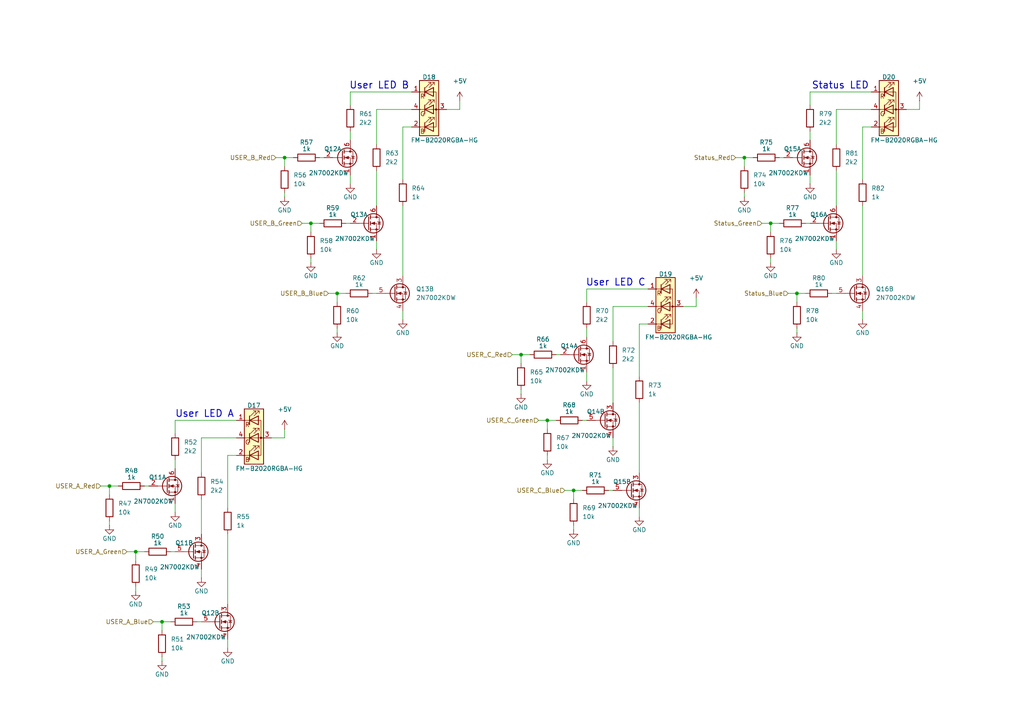
<source format=kicad_sch>
(kicad_sch (version 20231120) (generator "eeschema") (generator_version "8.0")
  (paper "A4")
  (title_block (title "KCH - Raspberry Pi HAT") (date "2022-07-16") (rev "B (S3L2)") (company "Student Robotics") (comment 1 "RGB LEDs"))
  (lib_symbols
    (symbol "Device:Q_Dual_NMOS_S1G1D2S2G2D1" (pin_names (offset 0) hide)
      (property "Reference" "Q" (at 6.35 1.27 0))
      (property "Value" "Q_Dual_NMOS_S1G1D2S2G2D1" (at 19.05 -1.27 0))
      (symbol "Q_Dual_NMOS_S1G1D2S2G2D1_0_1"
        (polyline (pts (xy 0.254 0) (xy -2.54 0)))
        (polyline (pts (xy 0.254 1.905) (xy 0.254 -1.905)) (stroke (width 0.254)))
        (polyline (pts (xy 0.762 -1.27) (xy 0.762 -2.286)) (stroke (width 0.254)))
        (polyline (pts (xy 0.762 0.508) (xy 0.762 -0.508)) (stroke (width 0.254)))
        (polyline (pts (xy 0.762 2.286) (xy 0.762 1.27)) (stroke (width 0.254)))
        (polyline (pts (xy 2.54 2.54) (xy 2.54 1.778)))
        (polyline (pts (xy 2.54 -2.54) (xy 2.54 0) (xy 0.762 0)))
        (polyline (pts (xy 0.762 -1.778) (xy 3.302 -1.778) (xy 3.302 1.778) (xy 0.762 1.778)))
        (polyline (pts (xy 1.016 0) (xy 2.032 0.381) (xy 2.032 -0.381) (xy 1.016 0)) (fill (type outline)))
        (polyline (pts (xy 2.794 0.508) (xy 2.921 0.381) (xy 3.683 0.381) (xy 3.81 0.254)))
        (polyline (pts (xy 3.302 0.381) (xy 2.921 -0.254) (xy 3.683 -0.254) (xy 3.302 0.381)))
        (circle (center 1.651 0) (radius 2.794) (stroke (width 0.254)))
        (circle (center 2.54 -1.778) (radius 0.254) (fill (type outline)))
        (circle (center 2.54 1.778) (radius 0.254) (fill (type outline)))
      )
      (symbol "Q_Dual_NMOS_S1G1D2S2G2D1_1_1"
        (pin passive line (at 2.54 -5.08 90) (length 2.54) (name "S") (number "1"))
        (pin input line (at -5.08 0 0) (length 2.54) (name "G") (number "2"))
        (pin passive line (at 2.54 5.08 270) (length 2.54) (name "D") (number "6"))
      )
      (symbol "Q_Dual_NMOS_S1G1D2S2G2D1_2_1"
        (pin passive line (at 2.54 5.08 270) (length 2.54) (name "D") (number "3"))
        (pin passive line (at 2.54 -5.08 90) (length 2.54) (name "S") (number "4"))
        (pin input line (at -5.08 0 0) (length 2.54) (name "G") (number "5"))
      )
    )
    (symbol "Device:R" (pin_numbers hide) (pin_names (offset 0))
      (property "Reference" "R" (at 2.032 0 90))
      (property "Value" "R" (at 0 0 90))
      (symbol "R_0_1"
        (rectangle (start -1.016 -2.54) (end 1.016 2.54) (stroke (width 0.254)))
      )
      (symbol "R_1_1"
        (pin passive line (at 0 3.81 270) (length 1.27) (name "~") (number "1"))
        (pin passive line (at 0 -3.81 90) (length 1.27) (name "~") (number "2"))
      )
    )
    (symbol "KCH:FM-B2020RGBA-HG" (pin_names (offset 0) hide)
      (property "Reference" "D" (at 0 9.398 0))
      (property "Value" "FM-B2020RGBA-HG" (at 0 -8.89 0))
      (symbol "FM-B2020RGBA-HG_0_0"
        (text "B" (at -1.905 -6.35 0) (effects (font (size 1.27 1.27))))
        (text "G" (at -1.905 -1.27 0) (effects (font (size 1.27 1.27))))
        (text "R" (at -1.905 3.81 0) (effects (font (size 1.27 1.27))))
      )
      (symbol "FM-B2020RGBA-HG_0_1"
        (polyline (pts (xy -1.27 -5.08) (xy -2.54 -5.08)))
        (polyline (pts (xy -1.27 -5.08) (xy 1.27 -5.08)))
        (polyline (pts (xy -1.27 -3.81) (xy -1.27 -6.35)) (stroke (width 0.254)))
        (polyline (pts (xy -1.27 0) (xy -2.54 0)))
        (polyline (pts (xy -1.27 1.27) (xy -1.27 -1.27)) (stroke (width 0.254)))
        (polyline (pts (xy -1.27 5.08) (xy -2.54 5.08)))
        (polyline (pts (xy -1.27 5.08) (xy 1.27 5.08)))
        (polyline (pts (xy -1.27 6.35) (xy -1.27 3.81)) (stroke (width 0.254)))
        (polyline (pts (xy 1.27 0) (xy -1.27 0)))
        (polyline (pts (xy 1.27 0) (xy 2.54 0)))
        (polyline (pts (xy -1.27 1.27) (xy -1.27 -1.27) (xy -1.27 -1.27)))
        (polyline (pts (xy -1.27 6.35) (xy -1.27 3.81) (xy -1.27 3.81)))
        (polyline (pts (xy 1.27 -5.08) (xy 2.032 -5.08) (xy 2.032 5.08) (xy 1.27 5.08)))
        (polyline (pts (xy 1.27 -3.81) (xy 1.27 -6.35) (xy -1.27 -5.08) (xy 1.27 -3.81)) (stroke (width 0.254)))
        (polyline (pts (xy 1.27 1.27) (xy 1.27 -1.27) (xy -1.27 0) (xy 1.27 1.27)) (stroke (width 0.254)))
        (polyline (pts (xy 1.27 6.35) (xy 1.27 3.81) (xy -1.27 5.08) (xy 1.27 6.35)) (stroke (width 0.254)))
        (polyline (pts (xy -1.016 -3.81) (xy 0.508 -2.286) (xy -0.254 -2.286) (xy 0.508 -2.286) (xy 0.508 -3.048)))
        (polyline (pts (xy -1.016 1.27) (xy 0.508 2.794) (xy -0.254 2.794) (xy 0.508 2.794) (xy 0.508 2.032)))
        (polyline (pts (xy -1.016 6.35) (xy 0.508 7.874) (xy -0.254 7.874) (xy 0.508 7.874) (xy 0.508 7.112)))
        (polyline (pts (xy 0 -3.81) (xy 1.524 -2.286) (xy 0.762 -2.286) (xy 1.524 -2.286) (xy 1.524 -3.048)))
        (polyline (pts (xy 0 1.27) (xy 1.524 2.794) (xy 0.762 2.794) (xy 1.524 2.794) (xy 1.524 2.032)))
        (polyline (pts (xy 0 6.35) (xy 1.524 7.874) (xy 0.762 7.874) (xy 1.524 7.874) (xy 1.524 7.112)))
        (rectangle (start 1.27 -1.27) (end 1.27 1.27))
        (rectangle (start 1.27 1.27) (end 1.27 1.27))
        (rectangle (start 1.27 3.81) (end 1.27 6.35))
        (rectangle (start 1.27 6.35) (end 1.27 6.35))
        (circle (center 2.032 0) (radius 0.254) (fill (type outline)))
        (rectangle (start 2.794 8.382) (end -2.794 -7.62) (stroke (width 0.254)) (fill (type background)))
      )
      (symbol "FM-B2020RGBA-HG_1_1"
        (pin passive line (at -5.08 5.08 0) (length 2.54) (name "RK") (number "1"))
        (pin passive line (at -5.08 -5.08 0) (length 2.54) (name "BK") (number "2"))
        (pin passive line (at 5.08 0 180) (length 2.54) (name "A") (number "3"))
        (pin passive line (at -5.08 0 0) (length 2.54) (name "GK") (number "4"))
      )
    )
    (symbol "power:+5V" (power) (pin_numbers hide) (pin_names (offset 0) hide)
      (property "Value" "+5V" (at 0 3.556 0))
      (symbol "+5V_0_1"
        (polyline (pts (xy -0.762 1.27) (xy 0 2.54)))
        (polyline (pts (xy 0 0) (xy 0 2.54)))
        (polyline (pts (xy 0 2.54) (xy 0.762 1.27)))
      )
      (symbol "+5V_1_1"
        (pin power_in line (at 0 0 90) (length 0) (name "~") (number "1"))
      )
    )
    (symbol "power:GND" (power) (pin_numbers hide) (pin_names (offset 0) hide)
      (property "Value" "GND" (at 0 -3.81 0))
      (symbol "GND_0_1"
        (polyline (pts (xy 0 0) (xy 0 -1.27) (xy 1.27 -1.27) (xy 0 -2.54) (xy -1.27 -1.27) (xy 0 -1.27)))
      )
      (symbol "GND_1_1"
        (pin power_in line (at 0 0 270) (length 0) (name "~") (number "1"))
      )
    )
  )
  (junction (at 97.79 85.09))
  (junction (at 151.13 102.87))
  (junction (at 215.9 45.72))
  (junction (at 231.14 85.09))
  (junction (at 223.52 64.77))
  (junction (at 31.75 140.97))
  (junction (at 166.37 142.24))
  (junction (at 82.55 45.72))
  (junction (at 46.99 180.34))
  (junction (at 39.37 160.02))
  (junction (at 90.17 64.77))
  (junction (at 158.75 121.92))
  (wire (pts (xy 185.42 93.98) (xy 187.96 93.98)))
  (wire (pts (xy 101.6 26.67) (xy 119.38 26.67)))
  (wire (pts (xy 66.04 147.32) (xy 66.04 132.08)))
  (wire (pts (xy 82.55 124.46) (xy 82.55 127)))
  (wire (pts (xy 223.52 74.93) (xy 223.52 76.2)))
  (wire (pts (xy 151.13 102.87) (xy 151.13 105.41)))
  (wire (pts (xy 226.06 45.72) (xy 227.33 45.72)))
  (wire (pts (xy 177.8 99.06) (xy 177.8 88.9)))
  (wire (pts (xy 158.75 132.08) (xy 158.75 133.35)))
  (wire (pts (xy 215.9 55.88) (xy 215.9 57.15)))
  (wire (pts (xy 170.18 95.25) (xy 170.18 97.79)))
  (wire (pts (xy 58.42 165.1) (xy 58.42 167.64)))
  (wire (pts (xy 231.14 95.25) (xy 231.14 96.52)))
  (wire (pts (xy 266.7 29.21) (xy 266.7 31.75)))
  (wire (pts (xy 250.19 36.83) (xy 252.73 36.83)))
  (wire (pts (xy 58.42 127) (xy 68.58 127)))
  (wire (pts (xy 185.42 147.32) (xy 185.42 149.86)))
  (wire (pts (xy 158.75 121.92) (xy 158.75 124.46)))
  (wire (pts (xy 82.55 55.88) (xy 82.55 57.15)))
  (wire (pts (xy 58.42 144.78) (xy 58.42 154.94)))
  (wire (pts (xy 58.42 137.16) (xy 58.42 127)))
  (wire (pts (xy 170.18 107.95) (xy 170.18 110.49)))
  (wire (pts (xy 158.75 121.92) (xy 161.29 121.92)))
  (wire (pts (xy 168.91 121.92) (xy 170.18 121.92)))
  (wire (pts (xy 109.22 85.09) (xy 107.95 85.09)))
  (wire (pts (xy 185.42 109.22) (xy 185.42 93.98)))
  (wire (pts (xy 92.71 45.72) (xy 93.98 45.72)))
  (wire (pts (xy 177.8 142.24) (xy 176.53 142.24)))
  (wire (pts (xy 234.95 26.67) (xy 252.73 26.67)))
  (wire (pts (xy 242.57 85.09) (xy 241.3 85.09)))
  (wire (pts (xy 161.29 102.87) (xy 162.56 102.87)))
  (wire (pts (xy 185.42 116.84) (xy 185.42 137.16)))
  (wire (pts (xy 101.6 38.1) (xy 101.6 40.64)))
  (wire (pts (xy 46.99 180.34) (xy 46.99 182.88)))
  (wire (pts (xy 50.8 146.05) (xy 50.8 148.59)))
  (wire (pts (xy 266.7 31.75) (xy 262.89 31.75)))
  (wire (pts (xy 109.22 69.85) (xy 109.22 72.39)))
  (wire (pts (xy 66.04 132.08) (xy 68.58 132.08)))
  (wire (pts (xy 156.21 121.92) (xy 158.75 121.92)))
  (wire (pts (xy 82.55 127) (xy 78.74 127)))
  (wire (pts (xy 39.37 170.18) (xy 39.37 171.45)))
  (wire (pts (xy 82.55 45.72) (xy 82.55 48.26)))
  (wire (pts (xy 223.52 64.77) (xy 223.52 67.31)))
  (wire (pts (xy 82.55 45.72) (xy 85.09 45.72)))
  (wire (pts (xy 97.79 85.09) (xy 95.25 85.09)))
  (wire (pts (xy 233.68 85.09) (xy 231.14 85.09)))
  (wire (pts (xy 116.84 52.07) (xy 116.84 36.83)))
  (wire (pts (xy 234.95 50.8) (xy 234.95 53.34)))
  (wire (pts (xy 170.18 83.82) (xy 187.96 83.82)))
  (wire (pts (xy 215.9 45.72) (xy 218.44 45.72)))
  (wire (pts (xy 101.6 30.48) (xy 101.6 26.67)))
  (wire (pts (xy 213.36 45.72) (xy 215.9 45.72)))
  (wire (pts (xy 66.04 154.94) (xy 66.04 175.26)))
  (wire (pts (xy 231.14 85.09) (xy 228.6 85.09)))
  (wire (pts (xy 109.22 41.91) (xy 109.22 31.75)))
  (wire (pts (xy 46.99 180.34) (xy 44.45 180.34)))
  (wire (pts (xy 133.35 29.21) (xy 133.35 31.75)))
  (wire (pts (xy 49.53 180.34) (xy 46.99 180.34)))
  (wire (pts (xy 201.93 86.36) (xy 201.93 88.9)))
  (wire (pts (xy 46.99 190.5) (xy 46.99 191.77)))
  (wire (pts (xy 234.95 30.48) (xy 234.95 26.67)))
  (wire (pts (xy 58.42 180.34) (xy 57.15 180.34)))
  (wire (pts (xy 90.17 64.77) (xy 90.17 67.31)))
  (wire (pts (xy 177.8 88.9) (xy 187.96 88.9)))
  (wire (pts (xy 109.22 31.75) (xy 119.38 31.75)))
  (wire (pts (xy 133.35 31.75) (xy 129.54 31.75)))
  (wire (pts (xy 50.8 133.35) (xy 50.8 135.89)))
  (wire (pts (xy 31.75 151.13) (xy 31.75 152.4)))
  (wire (pts (xy 231.14 85.09) (xy 231.14 87.63)))
  (wire (pts (xy 148.59 102.87) (xy 151.13 102.87)))
  (wire (pts (xy 97.79 95.25) (xy 97.79 96.52)))
  (wire (pts (xy 242.57 41.91) (xy 242.57 31.75)))
  (wire (pts (xy 151.13 102.87) (xy 153.67 102.87)))
  (wire (pts (xy 170.18 87.63) (xy 170.18 83.82)))
  (wire (pts (xy 101.6 50.8) (xy 101.6 53.34)))
  (wire (pts (xy 49.53 160.02) (xy 50.8 160.02)))
  (wire (pts (xy 250.19 59.69) (xy 250.19 80.01)))
  (wire (pts (xy 168.91 142.24) (xy 166.37 142.24)))
  (wire (pts (xy 250.19 90.17) (xy 250.19 92.71)))
  (wire (pts (xy 39.37 160.02) (xy 41.91 160.02)))
  (wire (pts (xy 90.17 64.77) (xy 92.71 64.77)))
  (wire (pts (xy 166.37 152.4) (xy 166.37 153.67)))
  (wire (pts (xy 66.04 185.42) (xy 66.04 187.96)))
  (wire (pts (xy 116.84 59.69) (xy 116.84 80.01)))
  (wire (pts (xy 151.13 113.03) (xy 151.13 114.3)))
  (wire (pts (xy 166.37 142.24) (xy 166.37 144.78)))
  (wire (pts (xy 166.37 142.24) (xy 163.83 142.24)))
  (wire (pts (xy 177.8 106.68) (xy 177.8 116.84)))
  (wire (pts (xy 50.8 121.92) (xy 68.58 121.92)))
  (wire (pts (xy 90.17 74.93) (xy 90.17 76.2)))
  (wire (pts (xy 242.57 49.53) (xy 242.57 59.69)))
  (wire (pts (xy 234.95 38.1) (xy 234.95 40.64)))
  (wire (pts (xy 97.79 85.09) (xy 97.79 87.63)))
  (wire (pts (xy 87.63 64.77) (xy 90.17 64.77)))
  (wire (pts (xy 41.91 140.97) (xy 43.18 140.97)))
  (wire (pts (xy 233.68 64.77) (xy 234.95 64.77)))
  (wire (pts (xy 177.8 127) (xy 177.8 129.54)))
  (wire (pts (xy 50.8 125.73) (xy 50.8 121.92)))
  (wire (pts (xy 116.84 90.17) (xy 116.84 92.71)))
  (wire (pts (xy 250.19 52.07) (xy 250.19 36.83)))
  (wire (pts (xy 223.52 64.77) (xy 226.06 64.77)))
  (wire (pts (xy 31.75 140.97) (xy 34.29 140.97)))
  (wire (pts (xy 29.21 140.97) (xy 31.75 140.97)))
  (wire (pts (xy 220.98 64.77) (xy 223.52 64.77)))
  (wire (pts (xy 116.84 36.83) (xy 119.38 36.83)))
  (wire (pts (xy 80.01 45.72) (xy 82.55 45.72)))
  (wire (pts (xy 100.33 64.77) (xy 101.6 64.77)))
  (wire (pts (xy 31.75 140.97) (xy 31.75 143.51)))
  (wire (pts (xy 242.57 31.75) (xy 252.73 31.75)))
  (wire (pts (xy 100.33 85.09) (xy 97.79 85.09)))
  (wire (pts (xy 36.83 160.02) (xy 39.37 160.02)))
  (wire (pts (xy 39.37 160.02) (xy 39.37 162.56)))
  (wire (pts (xy 201.93 88.9) (xy 198.12 88.9)))
  (wire (pts (xy 215.9 45.72) (xy 215.9 48.26)))
  (wire (pts (xy 242.57 69.85) (xy 242.57 72.39)))
  (wire (pts (xy 109.22 49.53) (xy 109.22 59.69)))
  (text "User LED B" (at 118.745 26.035 0) (effects (font (size 2 2) (thickness 0.254) (bold yes)) (justify right bottom)))
  (text "User LED A" (at 67.945 121.285 0) (effects (font (size 2 2) (thickness 0.254) (bold yes)) (justify right bottom)))
  (text "Status LED" (at 252.095 26.035 0) (effects (font (size 2 2) (thickness 0.254) (bold yes)) (justify right bottom)))
  (text "User LED C" (at 187.325 83.185 0) (effects (font (size 2 2) (thickness 0.254) (bold yes)) (justify right bottom)))
  (hierarchical_label "USER_C_Red" (shape input) (at 148.59 102.87 180))
  (hierarchical_label "USER_C_Green" (shape input) (at 156.21 121.92 180))
  (hierarchical_label "USER_C_Blue" (shape input) (at 163.83 142.24 180))
  (hierarchical_label "USER_B_Blue" (shape input) (at 95.25 85.09 180))
  (hierarchical_label "USER_A_Blue" (shape input) (at 44.45 180.34 180))
  (hierarchical_label "Status_Green" (shape input) (at 220.98 64.77 180))
  (hierarchical_label "USER_A_Red" (shape input) (at 29.21 140.97 180))
  (hierarchical_label "USER_B_Red" (shape input) (at 80.01 45.72 180))
  (hierarchical_label "USER_B_Green" (shape input) (at 87.63 64.77 180))
  (hierarchical_label "Status_Red" (shape input) (at 213.36 45.72 180))
  (hierarchical_label "USER_A_Green" (shape input) (at 36.83 160.02 180))
  (hierarchical_label "Status_Blue" (shape input) (at 228.6 85.09 180))
  (symbol (lib_id "Device:R") (at 158.75 128.27 0) (unit 1)
    (property "Reference" "R67" (at 161.29 126.9999 0) (effects (justify left)))
    (property "Value" "10k" (at 161.29 129.5399 0) (effects (justify left)))
    (property "Footprint" "Resistor_SMD:R_0402_1005Metric" (effects (hide yes)))
    (property "JLC" "C25744" (effects (hide yes)))
  )
  (symbol (lib_id "Device:R") (at 231.14 91.44 0) (unit 1)
    (property "Reference" "R78" (at 233.68 90.1699 0) (effects (justify left)))
    (property "Value" "10k" (at 233.68 92.7099 0) (effects (justify left)))
    (property "Footprint" "Resistor_SMD:R_0402_1005Metric" (effects (hide yes)))
    (property "JLC" "C25744" (effects (hide yes)))
  )
  (symbol (lib_id "power:GND") (at 101.6 53.34 0) (unit 1)
    (property "Reference" "#PWR067" (effects (hide yes)))
    (property "Value" "GND" (at 101.6 57.15 0))
    (property "Description" "Power symbol creates a global label with name \"GND\" , ground" (effects (hide yes)))
  )
  (symbol (lib_id "Device:R") (at 104.14 85.09 90) (unit 1)
    (property "Reference" "R62" (at 104.14 80.645 90))
    (property "Value" "1k" (at 104.14 82.55 90))
    (property "Footprint" "Resistor_SMD:R_0402_1005Metric" (effects (hide yes)))
    (property "JLC" "C11702" (effects (hide yes)))
  )
  (symbol (lib_id "Device:R") (at 234.95 34.29 0) (unit 1)
    (property "Reference" "R79" (at 237.49 33.0199 0) (effects (justify left)))
    (property "Value" "2k2" (at 237.49 35.5599 0) (effects (justify left)))
    (property "Footprint" "Resistor_SMD:R_0402_1005Metric" (effects (hide yes)))
    (property "JLC" "C25879" (effects (hide yes)))
  )
  (symbol (lib_id "Device:R") (at 58.42 140.97 0) (unit 1)
    (property "Reference" "R54" (at 60.96 139.6999 0) (effects (justify left)))
    (property "Value" "2k2" (at 60.96 142.2399 0) (effects (justify left)))
    (property "Footprint" "Resistor_SMD:R_0402_1005Metric" (effects (hide yes)))
    (property "JLC" "C25879" (effects (hide yes)))
  )
  (symbol (lib_id "Device:R") (at 116.84 55.88 0) (unit 1)
    (property "Reference" "R64" (at 119.38 54.6099 0) (effects (justify left)))
    (property "Value" "1k" (at 119.38 57.1499 0) (effects (justify left)))
    (property "Footprint" "Resistor_SMD:R_0402_1005Metric" (effects (hide yes)))
    (property "JLC" "C11702" (effects (hide yes)))
  )
  (symbol (lib_id "Device:R") (at 82.55 52.07 0) (unit 1)
    (property "Reference" "R56" (at 85.09 50.7999 0) (effects (justify left)))
    (property "Value" "10k" (at 85.09 53.3399 0) (effects (justify left)))
    (property "Footprint" "Resistor_SMD:R_0402_1005Metric" (effects (hide yes)))
    (property "JLC" "C25744" (effects (hide yes)))
  )
  (symbol (lib_id "Device:R") (at 170.18 91.44 0) (unit 1)
    (property "Reference" "R70" (at 172.72 90.1699 0) (effects (justify left)))
    (property "Value" "2k2" (at 172.72 92.7099 0) (effects (justify left)))
    (property "Footprint" "Resistor_SMD:R_0402_1005Metric" (effects (hide yes)))
    (property "JLC" "C25879" (effects (hide yes)))
  )
  (symbol (lib_id "KCH:FM-B2020RGBA-HG") (at 193.04 88.9 0) (unit 1)
    (property "Reference" "D19" (at 193.04 79.502 0))
    (property "Value" "FM-B2020RGBA-HG" (at 196.85 97.79 0))
    (property "Footprint" "project_footprints:FM-B2020RGBA-HG" (effects (hide yes)))
    (property "Datasheet" "https://datasheet.lcsc.com/lcsc/1810231210_Foshan-NationStar-Optoelectronics-FM-B2020RGBA-HG_C108793.pdf" (effects (hide yes)))
    (property "JLC" "C108793" (effects (hide yes)))
  )
  (symbol (lib_id "Device:R") (at 215.9 52.07 0) (unit 1)
    (property "Reference" "R74" (at 218.44 50.7999 0) (effects (justify left)))
    (property "Value" "10k" (at 218.44 53.3399 0) (effects (justify left)))
    (property "Footprint" "Resistor_SMD:R_0402_1005Metric" (effects (hide yes)))
    (property "JLC" "C25744" (effects (hide yes)))
  )
  (symbol (lib_id "Device:R") (at 166.37 148.59 0) (unit 1)
    (property "Reference" "R69" (at 168.91 147.3199 0) (effects (justify left)))
    (property "Value" "10k" (at 168.91 149.8599 0) (effects (justify left)))
    (property "Footprint" "Resistor_SMD:R_0402_1005Metric" (effects (hide yes)))
    (property "JLC" "C25744" (effects (hide yes)))
  )
  (symbol (lib_id "Device:R") (at 101.6 34.29 0) (unit 1)
    (property "Reference" "R61" (at 104.14 33.0199 0) (effects (justify left)))
    (property "Value" "2k2" (at 104.14 35.5599 0) (effects (justify left)))
    (property "Footprint" "Resistor_SMD:R_0402_1005Metric" (effects (hide yes)))
    (property "JLC" "C25879" (effects (hide yes)))
  )
  (symbol (lib_id "Device:R") (at 165.1 121.92 90) (unit 1)
    (property "Reference" "R68" (at 165.1 117.475 90))
    (property "Value" "1k" (at 165.1 119.38 90))
    (property "Footprint" "Resistor_SMD:R_0402_1005Metric" (effects (hide yes)))
    (property "JLC" "C11702" (effects (hide yes)))
  )
  (symbol (lib_id "power:+5V") (at 201.93 86.36 0) (unit 1)
    (property "Reference" "#PWR077" (effects (hide yes)))
    (property "Value" "+5V" (at 201.93 80.645 0))
    (property "Description" "Power symbol creates a global label with name \"+5V\"" (effects (hide yes)))
  )
  (symbol (lib_id "power:GND") (at 170.18 110.49 0) (unit 1)
    (property "Reference" "#PWR074" (effects (hide yes)))
    (property "Value" "GND" (at 170.18 114.3 0))
    (property "Description" "Power symbol creates a global label with name \"GND\" , ground" (effects (hide yes)))
  )
  (symbol (lib_id "Device:Q_Dual_NMOS_S1G1D2S2G2D1") (at 167.64 102.87 0) (unit 1)
    (property "Reference" "Q14" (at 162.56 100.33 0) (effects (justify left)))
    (property "Value" "2N7002KDW" (at 158.115 107.315 0) (effects (justify left)))
    (property "Footprint" "Package_TO_SOT_SMD:SOT-363_SC-70-6" (effects (hide yes)))
    (property "Datasheet" "https://datasheet.lcsc.com/lcsc/1808151859_PANJIT-International-2N7002KDW_C106992.pdf" (effects (hide yes)))
    (property "JLC" "C2912545" (effects (hide yes)))
  )
  (symbol (lib_id "power:GND") (at 234.95 53.34 0) (unit 1)
    (property "Reference" "#PWR081" (effects (hide yes)))
    (property "Value" "GND" (at 234.95 57.15 0))
    (property "Description" "Power symbol creates a global label with name \"GND\" , ground" (effects (hide yes)))
  )
  (symbol (lib_id "power:GND") (at 223.52 76.2 0) (unit 1)
    (property "Reference" "#PWR079" (effects (hide yes)))
    (property "Value" "GND" (at 223.52 80.01 0))
    (property "Description" "Power symbol creates a global label with name \"GND\" , ground" (effects (hide yes)))
  )
  (symbol (lib_id "power:GND") (at 97.79 96.52 0) (unit 1)
    (property "Reference" "#PWR066" (effects (hide yes)))
    (property "Value" "GND" (at 97.79 100.33 0))
    (property "Description" "Power symbol creates a global label with name \"GND\" , ground" (effects (hide yes)))
  )
  (symbol (lib_id "power:GND") (at 39.37 171.45 0) (unit 1)
    (property "Reference" "#PWR058" (effects (hide yes)))
    (property "Value" "GND" (at 39.37 175.26 0))
    (property "Description" "Power symbol creates a global label with name \"GND\" , ground" (effects (hide yes)))
  )
  (symbol (lib_id "power:GND") (at 50.8 148.59 0) (unit 1)
    (property "Reference" "#PWR060" (effects (hide yes)))
    (property "Value" "GND" (at 50.8 152.4 0))
    (property "Description" "Power symbol creates a global label with name \"GND\" , ground" (effects (hide yes)))
  )
  (symbol (lib_id "Device:R") (at 177.8 102.87 0) (unit 1)
    (property "Reference" "R72" (at 180.34 101.5999 0) (effects (justify left)))
    (property "Value" "2k2" (at 180.34 104.1399 0) (effects (justify left)))
    (property "Footprint" "Resistor_SMD:R_0402_1005Metric" (effects (hide yes)))
    (property "JLC" "C25879" (effects (hide yes)))
  )
  (symbol (lib_id "power:GND") (at 185.42 149.86 0) (mirror y) (unit 1)
    (property "Reference" "#PWR076" (effects (hide yes)))
    (property "Value" "GND" (at 185.42 153.67 0))
    (property "Description" "Power symbol creates a global label with name \"GND\" , ground" (effects (hide yes)))
  )
  (symbol (lib_id "Device:R") (at 96.52 64.77 90) (unit 1)
    (property "Reference" "R59" (at 96.52 60.325 90))
    (property "Value" "1k" (at 96.52 62.23 90))
    (property "Footprint" "Resistor_SMD:R_0402_1005Metric" (effects (hide yes)))
    (property "JLC" "C11702" (effects (hide yes)))
  )
  (symbol (lib_id "power:GND") (at 158.75 133.35 0) (unit 1)
    (property "Reference" "#PWR072" (effects (hide yes)))
    (property "Value" "GND" (at 158.75 137.16 0))
    (property "Description" "Power symbol creates a global label with name \"GND\" , ground" (effects (hide yes)))
  )
  (symbol (lib_id "Device:Q_Dual_NMOS_S1G1D2S2G2D1") (at 106.68 64.77 0) (unit 1)
    (property "Reference" "Q13" (at 101.6 62.23 0) (effects (justify left)))
    (property "Value" "2N7002KDW" (at 97.155 69.215 0) (effects (justify left)))
    (property "Footprint" "Package_TO_SOT_SMD:SOT-363_SC-70-6" (effects (hide yes)))
    (property "Datasheet" "https://datasheet.lcsc.com/lcsc/1808151859_PANJIT-International-2N7002KDW_C106992.pdf" (effects (hide yes)))
    (property "JLC" "C2912545" (effects (hide yes)))
  )
  (symbol (lib_id "power:+5V") (at 133.35 29.21 0) (unit 1)
    (property "Reference" "#PWR071" (effects (hide yes)))
    (property "Value" "+5V" (at 133.35 23.495 0))
    (property "Description" "Power symbol creates a global label with name \"+5V\"" (effects (hide yes)))
  )
  (symbol (lib_id "power:GND") (at 231.14 96.52 0) (unit 1)
    (property "Reference" "#PWR080" (effects (hide yes)))
    (property "Value" "GND" (at 231.14 100.33 0))
    (property "Description" "Power symbol creates a global label with name \"GND\" , ground" (effects (hide yes)))
  )
  (symbol (lib_id "KCH:FM-B2020RGBA-HG") (at 257.81 31.75 0) (unit 1)
    (property "Reference" "D20" (at 257.81 22.352 0))
    (property "Value" "FM-B2020RGBA-HG" (at 262.255 40.64 0))
    (property "Footprint" "project_footprints:FM-B2020RGBA-HG" (effects (hide yes)))
    (property "Datasheet" "https://datasheet.lcsc.com/lcsc/1810231210_Foshan-NationStar-Optoelectronics-FM-B2020RGBA-HG_C108793.pdf" (effects (hide yes)))
    (property "JLC" "C108793" (effects (hide yes)))
  )
  (symbol (lib_id "KCH:FM-B2020RGBA-HG") (at 124.46 31.75 0) (unit 1)
    (property "Reference" "D18" (at 124.46 22.352 0))
    (property "Value" "FM-B2020RGBA-HG" (at 128.905 40.64 0))
    (property "Footprint" "project_footprints:FM-B2020RGBA-HG" (effects (hide yes)))
    (property "Datasheet" "https://datasheet.lcsc.com/lcsc/1810231210_Foshan-NationStar-Optoelectronics-FM-B2020RGBA-HG_C108793.pdf" (effects (hide yes)))
    (property "JLC" "C108793" (effects (hide yes)))
  )
  (symbol (lib_id "Device:Q_Dual_NMOS_S1G1D2S2G2D1") (at 114.3 85.09 0) (unit 2)
    (property "Reference" "Q13" (at 120.65 83.8199 0) (effects (justify left)))
    (property "Value" "2N7002KDW" (at 120.65 86.3599 0) (effects (justify left)))
    (property "Footprint" "Package_TO_SOT_SMD:SOT-363_SC-70-6" (effects (hide yes)))
    (property "Datasheet" "https://datasheet.lcsc.com/lcsc/1808151859_PANJIT-International-2N7002KDW_C106992.pdf" (effects (hide yes)))
    (property "JLC" "C2912545" (effects (hide yes)))
  )
  (symbol (lib_id "power:GND") (at 242.57 72.39 0) (unit 1)
    (property "Reference" "#PWR082" (effects (hide yes)))
    (property "Value" "GND" (at 242.57 76.2 0))
    (property "Description" "Power symbol creates a global label with name \"GND\" , ground" (effects (hide yes)))
  )
  (symbol (lib_id "Device:R") (at 53.34 180.34 90) (unit 1)
    (property "Reference" "R53" (at 53.34 175.895 90))
    (property "Value" "1k" (at 53.34 177.8 90))
    (property "Footprint" "Resistor_SMD:R_0402_1005Metric" (effects (hide yes)))
    (property "JLC" "C11702" (effects (hide yes)))
  )
  (symbol (lib_id "power:GND") (at 116.84 92.71 0) (mirror y) (unit 1)
    (property "Reference" "#PWR069" (effects (hide yes)))
    (property "Value" "GND" (at 116.84 96.52 0))
    (property "Description" "Power symbol creates a global label with name \"GND\" , ground" (effects (hide yes)))
  )
  (symbol (lib_id "power:GND") (at 109.22 72.39 0) (unit 1)
    (property "Reference" "#PWR068" (effects (hide yes)))
    (property "Value" "GND" (at 109.22 76.2 0))
    (property "Description" "Power symbol creates a global label with name \"GND\" , ground" (effects (hide yes)))
  )
  (symbol (lib_id "power:GND") (at 90.17 76.2 0) (unit 1)
    (property "Reference" "#PWR065" (effects (hide yes)))
    (property "Value" "GND" (at 90.17 80.01 0))
    (property "Description" "Power symbol creates a global label with name \"GND\" , ground" (effects (hide yes)))
  )
  (symbol (lib_id "power:GND") (at 166.37 153.67 0) (unit 1)
    (property "Reference" "#PWR073" (effects (hide yes)))
    (property "Value" "GND" (at 166.37 157.48 0))
    (property "Description" "Power symbol creates a global label with name \"GND\" , ground" (effects (hide yes)))
  )
  (symbol (lib_id "power:GND") (at 215.9 57.15 0) (unit 1)
    (property "Reference" "#PWR078" (effects (hide yes)))
    (property "Value" "GND" (at 215.9 60.96 0))
    (property "Description" "Power symbol creates a global label with name \"GND\" , ground" (effects (hide yes)))
  )
  (symbol (lib_id "Device:R") (at 66.04 151.13 0) (unit 1)
    (property "Reference" "R55" (at 68.58 149.8599 0) (effects (justify left)))
    (property "Value" "1k" (at 68.58 152.3999 0) (effects (justify left)))
    (property "Footprint" "Resistor_SMD:R_0402_1005Metric" (effects (hide yes)))
    (property "JLC" "C11702" (effects (hide yes)))
  )
  (symbol (lib_id "Device:Q_Dual_NMOS_S1G1D2S2G2D1") (at 175.26 121.92 0) (unit 2)
    (property "Reference" "Q14" (at 170.18 119.38 0) (effects (justify left)))
    (property "Value" "2N7002KDW" (at 165.735 126.365 0) (effects (justify left)))
    (property "Footprint" "Package_TO_SOT_SMD:SOT-363_SC-70-6" (effects (hide yes)))
    (property "Datasheet" "https://datasheet.lcsc.com/lcsc/1808151859_PANJIT-International-2N7002KDW_C106992.pdf" (effects (hide yes)))
    (property "JLC" "C2912545" (effects (hide yes)))
  )
  (symbol (lib_id "Device:R") (at 38.1 140.97 90) (unit 1)
    (property "Reference" "R48" (at 38.1 136.525 90))
    (property "Value" "1k" (at 38.1 138.43 90))
    (property "Footprint" "Resistor_SMD:R_0402_1005Metric" (effects (hide yes)))
    (property "JLC" "C11702" (effects (hide yes)))
  )
  (symbol (lib_id "Device:R") (at 151.13 109.22 0) (unit 1)
    (property "Reference" "R65" (at 153.67 107.9499 0) (effects (justify left)))
    (property "Value" "10k" (at 153.67 110.4899 0) (effects (justify left)))
    (property "Footprint" "Resistor_SMD:R_0402_1005Metric" (effects (hide yes)))
    (property "JLC" "C25744" (effects (hide yes)))
  )
  (symbol (lib_id "Device:R") (at 222.25 45.72 90) (unit 1)
    (property "Reference" "R75" (at 222.25 41.275 90))
    (property "Value" "1k" (at 222.25 43.18 90))
    (property "Footprint" "Resistor_SMD:R_0402_1005Metric" (effects (hide yes)))
    (property "JLC" "C11702" (effects (hide yes)))
  )
  (symbol (lib_id "power:GND") (at 177.8 129.54 0) (unit 1)
    (property "Reference" "#PWR075" (effects (hide yes)))
    (property "Value" "GND" (at 177.8 133.35 0))
    (property "Description" "Power symbol creates a global label with name \"GND\" , ground" (effects (hide yes)))
  )
  (symbol (lib_id "Device:R") (at 229.87 64.77 90) (unit 1)
    (property "Reference" "R77" (at 229.87 60.325 90))
    (property "Value" "1k" (at 229.87 62.23 90))
    (property "Footprint" "Resistor_SMD:R_0402_1005Metric" (effects (hide yes)))
    (property "JLC" "C11702" (effects (hide yes)))
  )
  (symbol (lib_id "Device:R") (at 39.37 166.37 0) (unit 1)
    (property "Reference" "R49" (at 41.91 165.0999 0) (effects (justify left)))
    (property "Value" "10k" (at 41.91 167.6399 0) (effects (justify left)))
    (property "Footprint" "Resistor_SMD:R_0402_1005Metric" (effects (hide yes)))
    (property "JLC" "C25744" (effects (hide yes)))
  )
  (symbol (lib_id "Device:R") (at 97.79 91.44 0) (unit 1)
    (property "Reference" "R60" (at 100.33 90.1699 0) (effects (justify left)))
    (property "Value" "10k" (at 100.33 92.7099 0) (effects (justify left)))
    (property "Footprint" "Resistor_SMD:R_0402_1005Metric" (effects (hide yes)))
    (property "JLC" "C25744" (effects (hide yes)))
  )
  (symbol (lib_id "Device:R") (at 242.57 45.72 0) (unit 1)
    (property "Reference" "R81" (at 245.11 44.4499 0) (effects (justify left)))
    (property "Value" "2k2" (at 245.11 46.9899 0) (effects (justify left)))
    (property "Footprint" "Resistor_SMD:R_0402_1005Metric" (effects (hide yes)))
    (property "JLC" "C25879" (effects (hide yes)))
  )
  (symbol (lib_id "power:GND") (at 66.04 187.96 0) (mirror y) (unit 1)
    (property "Reference" "#PWR062" (effects (hide yes)))
    (property "Value" "GND" (at 66.04 191.77 0))
    (property "Description" "Power symbol creates a global label with name \"GND\" , ground" (effects (hide yes)))
  )
  (symbol (lib_id "Device:Q_Dual_NMOS_S1G1D2S2G2D1") (at 240.03 64.77 0) (unit 1)
    (property "Reference" "Q16" (at 234.95 62.23 0) (effects (justify left)))
    (property "Value" "2N7002KDW" (at 230.505 69.215 0) (effects (justify left)))
    (property "Footprint" "Package_TO_SOT_SMD:SOT-363_SC-70-6" (effects (hide yes)))
    (property "Datasheet" "https://datasheet.lcsc.com/lcsc/1808151859_PANJIT-International-2N7002KDW_C106992.pdf" (effects (hide yes)))
    (property "JLC" "C2912545" (effects (hide yes)))
  )
  (symbol (lib_id "Device:R") (at 46.99 186.69 0) (unit 1)
    (property "Reference" "R51" (at 49.53 185.4199 0) (effects (justify left)))
    (property "Value" "10k" (at 49.53 187.9599 0) (effects (justify left)))
    (property "Footprint" "Resistor_SMD:R_0402_1005Metric" (effects (hide yes)))
    (property "JLC" "C25744" (effects (hide yes)))
  )
  (symbol (lib_id "KCH:FM-B2020RGBA-HG") (at 73.66 127 0) (unit 1)
    (property "Reference" "D17" (at 73.66 117.602 0))
    (property "Value" "FM-B2020RGBA-HG" (at 78.105 135.89 0))
    (property "Footprint" "project_footprints:FM-B2020RGBA-HG" (effects (hide yes)))
    (property "Datasheet" "https://datasheet.lcsc.com/lcsc/1810231210_Foshan-NationStar-Optoelectronics-FM-B2020RGBA-HG_C108793.pdf" (effects (hide yes)))
    (property "JLC" "C108793" (effects (hide yes)))
  )
  (symbol (lib_id "power:+5V") (at 266.7 29.21 0) (unit 1)
    (property "Reference" "#PWR084" (effects (hide yes)))
    (property "Value" "+5V" (at 266.7 23.495 0))
    (property "Description" "Power symbol creates a global label with name \"+5V\"" (effects (hide yes)))
  )
  (symbol (lib_id "Device:R") (at 157.48 102.87 90) (unit 1)
    (property "Reference" "R66" (at 157.48 98.425 90))
    (property "Value" "1k" (at 157.48 100.33 90))
    (property "Footprint" "Resistor_SMD:R_0402_1005Metric" (effects (hide yes)))
    (property "JLC" "C11702" (effects (hide yes)))
  )
  (symbol (lib_id "Device:R") (at 45.72 160.02 90) (unit 1)
    (property "Reference" "R50" (at 45.72 155.575 90))
    (property "Value" "1k" (at 45.72 157.48 90))
    (property "Footprint" "Resistor_SMD:R_0402_1005Metric" (effects (hide yes)))
    (property "JLC" "C11702" (effects (hide yes)))
  )
  (symbol (lib_id "Device:R") (at 250.19 55.88 0) (unit 1)
    (property "Reference" "R82" (at 252.73 54.6099 0) (effects (justify left)))
    (property "Value" "1k" (at 252.73 57.1499 0) (effects (justify left)))
    (property "Footprint" "Resistor_SMD:R_0402_1005Metric" (effects (hide yes)))
    (property "JLC" "C11702" (effects (hide yes)))
  )
  (symbol (lib_id "power:GND") (at 151.13 114.3 0) (unit 1)
    (property "Reference" "#PWR070" (effects (hide yes)))
    (property "Value" "GND" (at 151.13 118.11 0))
    (property "Description" "Power symbol creates a global label with name \"GND\" , ground" (effects (hide yes)))
  )
  (symbol (lib_id "Device:R") (at 223.52 71.12 0) (unit 1)
    (property "Reference" "R76" (at 226.06 69.8499 0) (effects (justify left)))
    (property "Value" "10k" (at 226.06 72.3899 0) (effects (justify left)))
    (property "Footprint" "Resistor_SMD:R_0402_1005Metric" (effects (hide yes)))
    (property "JLC" "C25744" (effects (hide yes)))
  )
  (symbol (lib_id "Device:R") (at 185.42 113.03 0) (unit 1)
    (property "Reference" "R73" (at 187.96 111.7599 0) (effects (justify left)))
    (property "Value" "1k" (at 187.96 114.2999 0) (effects (justify left)))
    (property "Footprint" "Resistor_SMD:R_0402_1005Metric" (effects (hide yes)))
    (property "JLC" "C11702" (effects (hide yes)))
  )
  (symbol (lib_id "Device:R") (at 31.75 147.32 0) (unit 1)
    (property "Reference" "R47" (at 34.29 146.0499 0) (effects (justify left)))
    (property "Value" "10k" (at 34.29 148.5899 0) (effects (justify left)))
    (property "Footprint" "Resistor_SMD:R_0402_1005Metric" (effects (hide yes)))
    (property "JLC" "C25744" (effects (hide yes)))
  )
  (symbol (lib_id "Device:R") (at 50.8 129.54 0) (unit 1)
    (property "Reference" "R52" (at 53.34 128.2699 0) (effects (justify left)))
    (property "Value" "2k2" (at 53.34 130.8099 0) (effects (justify left)))
    (property "Footprint" "Resistor_SMD:R_0402_1005Metric" (effects (hide yes)))
    (property "JLC" "C25879" (effects (hide yes)))
  )
  (symbol (lib_id "Device:Q_Dual_NMOS_S1G1D2S2G2D1") (at 99.06 45.72 0) (unit 1)
    (property "Reference" "Q12" (at 93.98 43.18 0) (effects (justify left)))
    (property "Value" "2N7002KDW" (at 89.535 50.165 0) (effects (justify left)))
    (property "Footprint" "Package_TO_SOT_SMD:SOT-363_SC-70-6" (effects (hide yes)))
    (property "Datasheet" "https://datasheet.lcsc.com/lcsc/1808151859_PANJIT-International-2N7002KDW_C106992.pdf" (effects (hide yes)))
    (property "JLC" "C2912545" (effects (hide yes)))
  )
  (symbol (lib_id "power:GND") (at 250.19 92.71 0) (mirror y) (unit 1)
    (property "Reference" "#PWR083" (effects (hide yes)))
    (property "Value" "GND" (at 250.19 96.52 0))
    (property "Description" "Power symbol creates a global label with name \"GND\" , ground" (effects (hide yes)))
  )
  (symbol (lib_id "Device:Q_Dual_NMOS_S1G1D2S2G2D1") (at 63.5 180.34 0) (unit 2)
    (property "Reference" "Q12" (at 58.42 177.8 0) (effects (justify left)))
    (property "Value" "2N7002KDW" (at 53.975 184.785 0) (effects (justify left)))
    (property "Footprint" "Package_TO_SOT_SMD:SOT-363_SC-70-6" (effects (hide yes)))
    (property "Datasheet" "https://datasheet.lcsc.com/lcsc/1808151859_PANJIT-International-2N7002KDW_C106992.pdf" (effects (hide yes)))
    (property "JLC" "C2912545" (effects (hide yes)))
  )
  (symbol (lib_id "Device:Q_Dual_NMOS_S1G1D2S2G2D1") (at 48.26 140.97 0) (unit 1)
    (property "Reference" "Q11" (at 43.18 138.43 0) (effects (justify left)))
    (property "Value" "2N7002KDW" (at 38.735 145.415 0) (effects (justify left)))
    (property "Footprint" "Package_TO_SOT_SMD:SOT-363_SC-70-6" (effects (hide yes)))
    (property "Datasheet" "https://datasheet.lcsc.com/lcsc/1808151859_PANJIT-International-2N7002KDW_C106992.pdf" (effects (hide yes)))
    (property "JLC" "C2912545" (effects (hide yes)))
  )
  (symbol (lib_id "power:GND") (at 46.99 191.77 0) (unit 1)
    (property "Reference" "#PWR059" (effects (hide yes)))
    (property "Value" "GND" (at 46.99 195.58 0))
    (property "Description" "Power symbol creates a global label with name \"GND\" , ground" (effects (hide yes)))
  )
  (symbol (lib_id "Device:R") (at 109.22 45.72 0) (unit 1)
    (property "Reference" "R63" (at 111.76 44.4499 0) (effects (justify left)))
    (property "Value" "2k2" (at 111.76 46.9899 0) (effects (justify left)))
    (property "Footprint" "Resistor_SMD:R_0402_1005Metric" (effects (hide yes)))
    (property "JLC" "C25879" (effects (hide yes)))
  )
  (symbol (lib_id "power:+5V") (at 82.55 124.46 0) (unit 1)
    (property "Reference" "#PWR064" (effects (hide yes)))
    (property "Value" "+5V" (at 82.55 118.745 0))
    (property "Description" "Power symbol creates a global label with name \"+5V\"" (effects (hide yes)))
  )
  (symbol (lib_id "power:GND") (at 82.55 57.15 0) (unit 1)
    (property "Reference" "#PWR063" (effects (hide yes)))
    (property "Value" "GND" (at 82.55 60.96 0))
    (property "Description" "Power symbol creates a global label with name \"GND\" , ground" (effects (hide yes)))
  )
  (symbol (lib_id "Device:Q_Dual_NMOS_S1G1D2S2G2D1") (at 182.88 142.24 0) (unit 2)
    (property "Reference" "Q15" (at 177.8 139.7 0) (effects (justify left)))
    (property "Value" "2N7002KDW" (at 173.355 146.685 0) (effects (justify left)))
    (property "Footprint" "Package_TO_SOT_SMD:SOT-363_SC-70-6" (effects (hide yes)))
    (property "Datasheet" "https://datasheet.lcsc.com/lcsc/1808151859_PANJIT-International-2N7002KDW_C106992.pdf" (effects (hide yes)))
    (property "JLC" "C2912545" (effects (hide yes)))
  )
  (symbol (lib_id "Device:Q_Dual_NMOS_S1G1D2S2G2D1") (at 247.65 85.09 0) (unit 2)
    (property "Reference" "Q16" (at 254 83.8199 0) (effects (justify left)))
    (property "Value" "2N7002KDW" (at 254 86.3599 0) (effects (justify left)))
    (property "Footprint" "Package_TO_SOT_SMD:SOT-363_SC-70-6" (effects (hide yes)))
    (property "Datasheet" "https://datasheet.lcsc.com/lcsc/1808151859_PANJIT-International-2N7002KDW_C106992.pdf" (effects (hide yes)))
    (property "JLC" "C2912545" (effects (hide yes)))
  )
  (symbol (lib_id "Device:Q_Dual_NMOS_S1G1D2S2G2D1") (at 55.88 160.02 0) (unit 2)
    (property "Reference" "Q11" (at 50.8 157.48 0) (effects (justify left)))
    (property "Value" "2N7002KDW" (at 46.355 164.465 0) (effects (justify left)))
    (property "Footprint" "Package_TO_SOT_SMD:SOT-363_SC-70-6" (effects (hide yes)))
    (property "Datasheet" "https://datasheet.lcsc.com/lcsc/1808151859_PANJIT-International-2N7002KDW_C106992.pdf" (effects (hide yes)))
    (property "JLC" "C2912545" (effects (hide yes)))
  )
  (symbol (lib_id "power:GND") (at 31.75 152.4 0) (unit 1)
    (property "Reference" "#PWR057" (effects (hide yes)))
    (property "Value" "GND" (at 31.75 156.21 0))
    (property "Description" "Power symbol creates a global label with name \"GND\" , ground" (effects (hide yes)))
  )
  (symbol (lib_id "Device:R") (at 90.17 71.12 0) (unit 1)
    (property "Reference" "R58" (at 92.71 69.8499 0) (effects (justify left)))
    (property "Value" "10k" (at 92.71 72.3899 0) (effects (justify left)))
    (property "Footprint" "Resistor_SMD:R_0402_1005Metric" (effects (hide yes)))
    (property "JLC" "C25744" (effects (hide yes)))
  )
  (symbol (lib_id "Device:R") (at 237.49 85.09 90) (unit 1)
    (property "Reference" "R80" (at 237.49 80.645 90))
    (property "Value" "1k" (at 237.49 82.55 90))
    (property "Footprint" "Resistor_SMD:R_0402_1005Metric" (effects (hide yes)))
    (property "JLC" "C11702" (effects (hide yes)))
  )
  (symbol (lib_id "Device:R") (at 172.72 142.24 90) (unit 1)
    (property "Reference" "R71" (at 172.72 137.795 90))
    (property "Value" "1k" (at 172.72 139.7 90))
    (property "Footprint" "Resistor_SMD:R_0402_1005Metric" (effects (hide yes)))
    (property "JLC" "C11702" (effects (hide yes)))
  )
  (symbol (lib_id "Device:R") (at 88.9 45.72 90) (unit 1)
    (property "Reference" "R57" (at 88.9 41.275 90))
    (property "Value" "1k" (at 88.9 43.18 90))
    (property "Footprint" "Resistor_SMD:R_0402_1005Metric" (effects (hide yes)))
    (property "JLC" "C11702" (effects (hide yes)))
  )
  (symbol (lib_id "Device:Q_Dual_NMOS_S1G1D2S2G2D1") (at 232.41 45.72 0) (unit 1)
    (property "Reference" "Q15" (at 227.33 43.18 0) (effects (justify left)))
    (property "Value" "2N7002KDW" (at 222.885 50.165 0) (effects (justify left)))
    (property "Footprint" "Package_TO_SOT_SMD:SOT-363_SC-70-6" (effects (hide yes)))
    (property "Datasheet" "https://datasheet.lcsc.com/lcsc/1808151859_PANJIT-International-2N7002KDW_C106992.pdf" (effects (hide yes)))
    (property "JLC" "C2912545" (effects (hide yes)))
  )
  (symbol (lib_id "power:GND") (at 58.42 167.64 0) (unit 1)
    (property "Reference" "#PWR061" (effects (hide yes)))
    (property "Value" "GND" (at 58.42 171.45 0))
    (property "Description" "Power symbol creates a global label with name \"GND\" , ground" (effects (hide yes)))
  )
)
</source>
